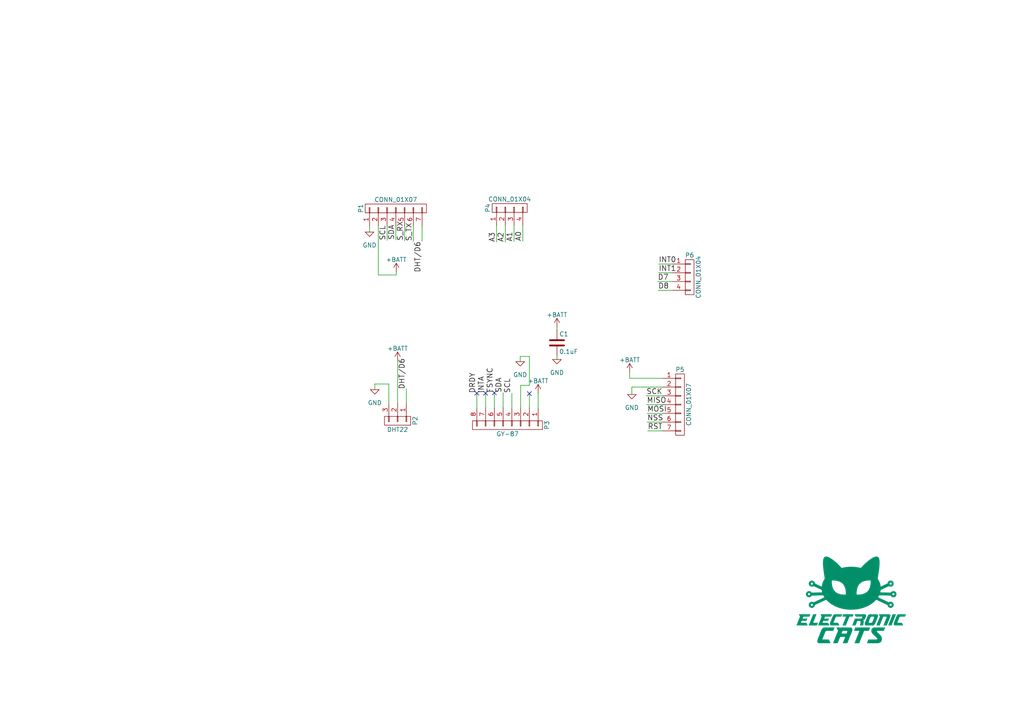
<source format=kicad_sch>
(kicad_sch (version 20230121) (generator eeschema)
  (paper "A4")
  (title_block (title "SensorBoard CatSat v1.0") (date "2016-10-16") (rev "0.3") (company "Electronic Cats") (comment 1 "Andres Sabas") (comment 2 "Eduardo Contreras"))
  (lib_symbols
    (symbol "SensorBoard-rescue:+BATT" (power) (pin_names (offset 0))
      (property "Value" "+BATT" (at 0 3.556 0))
      (symbol "+BATT_0_1"
        (polyline (pts (xy -0.762 1.27) (xy 0 2.54)))
        (polyline (pts (xy 0 0) (xy 0 2.54)))
        (polyline (pts (xy 0 2.54) (xy 0.762 1.27)))
      )
      (symbol "+BATT_1_1"
        (pin power_in line (at 0 0 90) (length 0) hide (name "+BATT") (number "1"))
      )
    )
    (symbol "SensorBoard-rescue:C" (pin_numbers hide) (pin_names (offset 0.254))
      (property "Reference" "C" (at 0.635 2.54 0))
      (property "Value" "C" (at 0.635 -2.54 0))
      (symbol "C_0_1"
        (polyline (pts (xy -2.032 -0.762) (xy 2.032 -0.762)) (stroke (width 0.508)))
        (polyline (pts (xy -2.032 0.762) (xy 2.032 0.762)) (stroke (width 0.508)))
      )
      (symbol "C_1_1"
        (pin passive line (at 0 3.81 270) (length 2.794) (name "~") (number "1"))
        (pin passive line (at 0 -3.81 90) (length 2.794) (name "~") (number "2"))
      )
    )
    (symbol "SensorBoard-rescue:CONN_01X03" (pin_names (offset 1.016) hide)
      (property "Reference" "P" (at 0 5.08 0))
      (property "Value" "CONN_01X03" (at 2.54 0 90))
      (symbol "CONN_01X03_0_1"
        (rectangle (start -1.27 -2.413) (end 0.254 -2.667))
        (rectangle (start -1.27 0.127) (end 0.254 -0.127))
        (rectangle (start -1.27 2.667) (end 0.254 2.413))
        (rectangle (start -1.27 3.81) (end 1.27 -3.81))
      )
      (symbol "CONN_01X03_1_1"
        (pin passive line (at -5.08 2.54 0) (length 3.81) (name "P1") (number "1"))
        (pin passive line (at -5.08 0 0) (length 3.81) (name "P2") (number "2"))
        (pin passive line (at -5.08 -2.54 0) (length 3.81) (name "P3") (number "3"))
      )
    )
    (symbol "SensorBoard-rescue:CONN_01X04" (pin_names (offset 1.016) hide)
      (property "Reference" "P" (at 0 6.35 0))
      (property "Value" "CONN_01X04" (at 2.54 0 90))
      (symbol "CONN_01X04_0_1"
        (rectangle (start -1.27 -3.683) (end 0.254 -3.937))
        (rectangle (start -1.27 -1.143) (end 0.254 -1.397))
        (rectangle (start -1.27 1.397) (end 0.254 1.143))
        (rectangle (start -1.27 3.937) (end 0.254 3.683))
        (rectangle (start -1.27 5.08) (end 1.27 -5.08))
      )
      (symbol "CONN_01X04_1_1"
        (pin passive line (at -5.08 3.81 0) (length 3.81) (name "P1") (number "1"))
        (pin passive line (at -5.08 1.27 0) (length 3.81) (name "P2") (number "2"))
        (pin passive line (at -5.08 -1.27 0) (length 3.81) (name "P3") (number "3"))
        (pin passive line (at -5.08 -3.81 0) (length 3.81) (name "P4") (number "4"))
      )
    )
    (symbol "SensorBoard-rescue:CONN_01X07" (pin_names (offset 1.016) hide)
      (property "Reference" "P" (at 0 10.16 0))
      (property "Value" "CONN_01X07" (at 2.54 0 90))
      (symbol "CONN_01X07_0_1"
        (rectangle (start -1.27 -8.89) (end 1.27 8.89))
        (rectangle (start -1.27 -7.493) (end 0.254 -7.747))
        (rectangle (start -1.27 -4.953) (end 0.254 -5.207))
        (rectangle (start -1.27 -2.413) (end 0.254 -2.667))
        (rectangle (start -1.27 0.127) (end 0.254 -0.127))
        (rectangle (start -1.27 2.667) (end 0.254 2.413))
        (rectangle (start -1.27 5.207) (end 0.254 4.953))
        (rectangle (start -1.27 7.747) (end 0.254 7.493))
      )
      (symbol "CONN_01X07_1_1"
        (pin passive line (at -5.08 7.62 0) (length 3.81) (name "P1") (number "1"))
        (pin passive line (at -5.08 5.08 0) (length 3.81) (name "P2") (number "2"))
        (pin passive line (at -5.08 2.54 0) (length 3.81) (name "P3") (number "3"))
        (pin passive line (at -5.08 0 0) (length 3.81) (name "P4") (number "4"))
        (pin passive line (at -5.08 -2.54 0) (length 3.81) (name "P5") (number "5"))
        (pin passive line (at -5.08 -5.08 0) (length 3.81) (name "P6") (number "6"))
        (pin passive line (at -5.08 -7.62 0) (length 3.81) (name "P7") (number "7"))
      )
    )
    (symbol "SensorBoard-rescue:CONN_01X08" (pin_names (offset 1.016) hide)
      (property "Reference" "P" (at 0 11.43 0))
      (property "Value" "CONN_01X08" (at 2.54 0 90))
      (symbol "CONN_01X08_0_1"
        (rectangle (start -1.27 -10.16) (end 1.27 10.16))
        (rectangle (start -1.27 -8.763) (end 0.254 -9.017))
        (rectangle (start -1.27 -6.223) (end 0.254 -6.477))
        (rectangle (start -1.27 -3.683) (end 0.254 -3.937))
        (rectangle (start -1.27 -1.143) (end 0.254 -1.397))
        (rectangle (start -1.27 1.397) (end 0.254 1.143))
        (rectangle (start -1.27 3.937) (end 0.254 3.683))
        (rectangle (start -1.27 6.477) (end 0.254 6.223))
        (rectangle (start -1.27 9.017) (end 0.254 8.763))
      )
      (symbol "CONN_01X08_1_1"
        (pin passive line (at -5.08 8.89 0) (length 3.81) (name "P1") (number "1"))
        (pin passive line (at -5.08 6.35 0) (length 3.81) (name "P2") (number "2"))
        (pin passive line (at -5.08 3.81 0) (length 3.81) (name "P3") (number "3"))
        (pin passive line (at -5.08 1.27 0) (length 3.81) (name "P4") (number "4"))
        (pin passive line (at -5.08 -1.27 0) (length 3.81) (name "P5") (number "5"))
        (pin passive line (at -5.08 -3.81 0) (length 3.81) (name "P6") (number "6"))
        (pin passive line (at -5.08 -6.35 0) (length 3.81) (name "P7") (number "7"))
        (pin passive line (at -5.08 -8.89 0) (length 3.81) (name "P8") (number "8"))
      )
    )
    (symbol "SensorBoard-rescue:GND-RESCUE-CatSat" (power) (pin_names (offset 0))
      (symbol "GND-RESCUE-CatSat_0_1"
        (polyline (pts (xy -1.27 0) (xy 0 -1.27) (xy 1.27 0) (xy -1.27 0)))
      )
      (symbol "GND-RESCUE-CatSat_1_1"
        (pin power_in line (at 0 0 90) (length 0) hide (name "GND") (number "1"))
      )
    )
  )
  (no_connect (at 138.303 114.046))
  (no_connect (at 140.843 114.046))
  (no_connect (at 143.383 113.919))
  (no_connect (at 153.543 114.173))
  (wire (pts (xy 182.626 107.95) (xy 182.626 109.728)))
  (wire (pts (xy 144.018 65.405) (xy 144.018 70.231)))
  (wire (pts (xy 146.558 65.405) (xy 146.558 70.231)))
  (wire (pts (xy 194.945 84.201) (xy 190.881 84.201)))
  (wire (pts (xy 150.876 103.378) (xy 153.543 103.378)))
  (wire (pts (xy 107.188 67.31) (xy 107.188 65.532)))
  (wire (pts (xy 114.808 65.532) (xy 114.808 69.596)))
  (wire (pts (xy 112.776 111.379) (xy 112.776 116.967)))
  (wire (pts (xy 109.728 79.756) (xy 114.935 79.756)))
  (wire (pts (xy 151.003 111.76) (xy 151.003 118.237)))
  (wire (pts (xy 117.856 116.967) (xy 117.856 112.776)))
  (wire (pts (xy 148.463 118.237) (xy 148.463 114.046)))
  (wire (pts (xy 149.098 65.405) (xy 149.098 70.104)))
  (wire (pts (xy 112.776 111.379) (xy 108.712 111.379)))
  (wire (pts (xy 122.428 65.532) (xy 122.428 69.977)))
  (wire (pts (xy 153.543 111.76) (xy 151.003 111.76)))
  (wire (pts (xy 153.543 118.237) (xy 153.543 114.173)))
  (wire (pts (xy 156.083 118.237) (xy 156.083 114.046)))
  (wire (pts (xy 194.945 81.661) (xy 190.754 81.661)))
  (wire (pts (xy 145.923 118.237) (xy 145.923 113.919)))
  (wire (pts (xy 192.151 114.808) (xy 187.452 114.808)))
  (wire (pts (xy 140.843 118.237) (xy 140.843 114.046)))
  (wire (pts (xy 183.261 112.268) (xy 192.151 112.268)))
  (wire (pts (xy 192.151 124.968) (xy 187.833 124.968)))
  (wire (pts (xy 153.543 103.378) (xy 153.543 111.76)))
  (wire (pts (xy 161.544 103.251) (xy 161.544 104.267)))
  (wire (pts (xy 114.935 79.756) (xy 114.935 78.867)))
  (wire (pts (xy 194.945 76.581) (xy 191.008 76.581)))
  (wire (pts (xy 192.151 122.428) (xy 187.706 122.428)))
  (wire (pts (xy 182.626 109.728) (xy 192.151 109.728)))
  (wire (pts (xy 194.945 79.121) (xy 191.008 79.121)))
  (wire (pts (xy 161.544 95.631) (xy 161.544 94.869)))
  (wire (pts (xy 192.151 117.348) (xy 187.579 117.348)))
  (wire (pts (xy 151.638 65.405) (xy 151.638 69.977)))
  (wire (pts (xy 192.151 119.888) (xy 187.706 119.888)))
  (wire (pts (xy 119.888 65.532) (xy 119.888 69.977)))
  (wire (pts (xy 112.268 65.532) (xy 112.268 69.723)))
  (wire (pts (xy 150.876 104.902) (xy 150.876 103.378)))
  (wire (pts (xy 108.712 111.379) (xy 108.712 113.03)))
  (wire (pts (xy 115.316 104.648) (xy 115.316 116.967)))
  (wire (pts (xy 109.728 65.532) (xy 109.728 79.756)))
  (wire (pts (xy 183.261 112.268) (xy 183.261 114.427)))
  (wire (pts (xy 143.383 118.237) (xy 143.383 113.919)))
  (wire (pts (xy 138.303 118.237) (xy 138.303 114.046)))
  (wire (pts (xy 117.348 65.532) (xy 117.348 69.85)))
  (image (at 246.888 173.99))
  (label "A2" (at 146.558 70.231 90) (effects (font (size 1.524 1.524))))
  (label "A3" (at 144.018 70.231 90) (effects (font (size 1.524 1.524))))
  (label "A1" (at 149.098 70.104 90) (effects (font (size 1.524 1.524))))
  (label "DRDY" (at 138.303 114.046 90) (effects (font (size 1.524 1.524))))
  (label "INTA" (at 140.843 114.046 90) (effects (font (size 1.524 1.524))))
  (label "D8" (at 190.881 84.201 0) (effects (font (size 1.524 1.524))))
  (label "FSYNC" (at 143.383 113.919 90) (effects (font (size 1.524 1.524))))
  (label "DHT/D6" (at 122.428 69.977 270) (effects (font (size 1.524 1.524))))
  (label "SCK" (at 187.452 114.808 0) (effects (font (size 1.524 1.524))))
  (label "MOSI" (at 187.706 119.888 0) (effects (font (size 1.524 1.524))))
  (label "MISO" (at 187.579 117.348 0) (effects (font (size 1.524 1.524))))
  (label "SCL" (at 112.268 69.723 90) (effects (font (size 1.524 1.524))))
  (label "S_RX" (at 117.348 69.85 90) (effects (font (size 1.524 1.524))))
  (label "INT1" (at 191.008 79.121 0) (effects (font (size 1.524 1.524))))
  (label "DHT/D6" (at 117.856 112.903 90) (effects (font (size 1.524 1.524))))
  (label "SCL" (at 148.463 114.046 90) (effects (font (size 1.524 1.524))))
  (label "NSS" (at 187.706 122.428 0) (effects (font (size 1.524 1.524))))
  (label "INT0" (at 191.008 76.581 0) (effects (font (size 1.524 1.524))))
  (label "D7" (at 190.754 81.661 0) (effects (font (size 1.524 1.524))))
  (label "SDA" (at 145.923 113.919 90) (effects (font (size 1.524 1.524))))
  (label "RST" (at 187.833 124.968 0) (effects (font (size 1.524 1.524))))
  (label "SDA" (at 114.808 69.596 90) (effects (font (size 1.524 1.524))))
  (label "S_TX" (at 119.888 69.977 90) (effects (font (size 1.524 1.524))))
  (label "A0" (at 151.638 69.977 90) (effects (font (size 1.524 1.524))))
  (symbol (lib_id "SensorBoard-rescue:CONN_01X07") (at 197.231 117.348 0) (unit 1)
    (property "Reference" "P5" (at 197.231 107.188 0))
    (property "Value" "CONN_01X07" (at 199.771 117.348 90))
    (property "Footprint" "Pin_Headers:Pin_Header_Straight_1x07" (effects hide))
  )
  (symbol (lib_id "SensorBoard-rescue:CONN_01X04") (at 200.025 80.391 0) (unit 1)
    (property "Reference" "P6" (at 200.025 74.041 0))
    (property "Value" "CONN_01X04" (at 202.565 80.391 90))
    (property "Footprint" "Pin_Headers:Pin_Header_Straight_1x04" (effects hide))
  )
  (symbol (lib_id "SensorBoard-rescue:CONN_01X04") (at 147.828 60.325 90) (unit 1)
    (property "Reference" "P4" (at 141.478 60.325 0))
    (property "Value" "CONN_01X04" (at 147.828 57.785 90))
    (property "Footprint" "Pin_Headers:Pin_Header_Straight_1x04" (effects hide))
  )
  (symbol (lib_id "SensorBoard-rescue:CONN_01X07") (at 114.808 60.452 90) (unit 1)
    (property "Reference" "P1" (at 104.648 60.452 0))
    (property "Value" "CONN_01X07" (at 114.808 57.912 90))
    (property "Footprint" "Pin_Headers:Pin_Header_Straight_1x07" (effects hide))
  )
  (symbol (lib_id "SensorBoard-rescue:+BATT") (at 114.935 78.867 0) (unit 1)
    (property "Reference" "#PWR01" (effects hide))
    (property "Value" "+BATT" (at 114.935 75.311 0))
  )
  (symbol (lib_id "SensorBoard-rescue:GND-RESCUE-CatSat") (at 107.188 67.31 0) (unit 1)
    (property "Reference" "#PWR02" (effects hide))
    (property "Value" "GND" (at 107.188 71.12 0))
  )
  (symbol (lib_id "SensorBoard-rescue:GND-RESCUE-CatSat") (at 183.261 114.427 0) (unit 1)
    (property "Reference" "#PWR03" (effects hide))
    (property "Value" "GND" (at 183.261 118.237 0))
  )
  (symbol (lib_id "SensorBoard-rescue:+BATT") (at 182.626 107.95 0) (unit 1)
    (property "Reference" "#PWR04" (effects hide))
    (property "Value" "+BATT" (at 182.626 104.394 0))
  )
  (symbol (lib_id "SensorBoard-rescue:CONN_01X03") (at 115.316 122.047 270) (unit 1)
    (property "Reference" "P2" (at 120.396 122.047 0))
    (property "Value" "DHT22" (at 115.316 124.587 90))
    (property "Footprint" "Pin_Headers:Pin_Header_Straight_1x03" (effects hide))
  )
  (symbol (lib_id "SensorBoard-rescue:CONN_01X08") (at 147.193 123.317 270) (unit 1)
    (property "Reference" "P3" (at 158.623 123.317 0))
    (property "Value" "GY-87" (at 147.193 125.857 90))
    (property "Footprint" "Pin_Headers:Pin_Header_Straight_1x08" (effects hide))
  )
  (symbol (lib_id "SensorBoard-rescue:+BATT") (at 156.083 114.046 0) (unit 1)
    (property "Reference" "#PWR05" (effects hide))
    (property "Value" "+BATT" (at 156.083 110.49 0))
  )
  (symbol (lib_id "SensorBoard-rescue:GND-RESCUE-CatSat") (at 150.876 104.902 0) (unit 1)
    (property "Reference" "#PWR06" (effects hide))
    (property "Value" "GND" (at 150.876 108.712 0))
  )
  (symbol (lib_id "SensorBoard-rescue:GND-RESCUE-CatSat") (at 108.712 113.03 0) (unit 1)
    (property "Reference" "#PWR07" (effects hide))
    (property "Value" "GND" (at 108.712 116.84 0))
  )
  (symbol (lib_id "SensorBoard-rescue:+BATT") (at 115.316 104.648 0) (unit 1)
    (property "Reference" "#PWR08" (effects hide))
    (property "Value" "+BATT" (at 115.316 101.092 0))
  )
  (symbol (lib_id "SensorBoard-rescue:GND-RESCUE-CatSat") (at 161.544 104.267 0) (unit 1)
    (property "Reference" "#PWR09" (effects hide))
    (property "Value" "GND" (at 161.544 108.077 0))
  )
  (symbol (lib_id "SensorBoard-rescue:+BATT") (at 161.544 94.869 0) (unit 1)
    (property "Reference" "#PWR010" (effects hide))
    (property "Value" "+BATT" (at 161.544 91.313 0))
  )
  (symbol (lib_id "SensorBoard-rescue:C") (at 161.544 99.441 0) (unit 1)
    (property "Reference" "C1" (at 162.179 96.901 0) (effects (justify left)))
    (property "Value" "0.1uF" (at 162.179 101.981 0) (effects (justify left)))
    (property "Footprint" "Capacitors_ThroughHole:C_Disc_D6_P5" (effects hide))
  )
)
</source>
